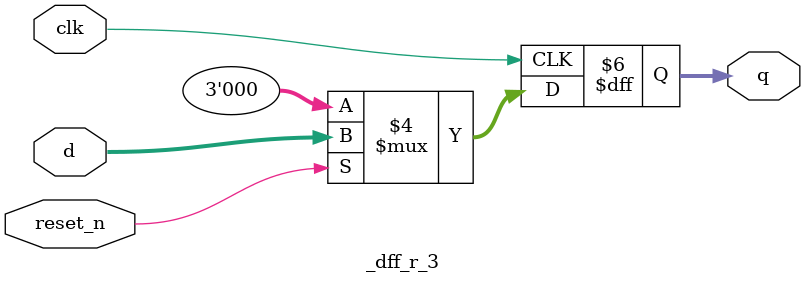
<source format=v>
module _dff_r_3(clk, reset_n, d, q); //3 input d flip flop with reset 
	input clk, reset_n;
	input [2:0]d; 
	output reg [2:0]q;

	always@(posedge clk) 
	begin 
		if(reset_n == 0) 
			q <= 3'b0; 
		else 
			q <= d; 
	end 
endmodule 
</source>
